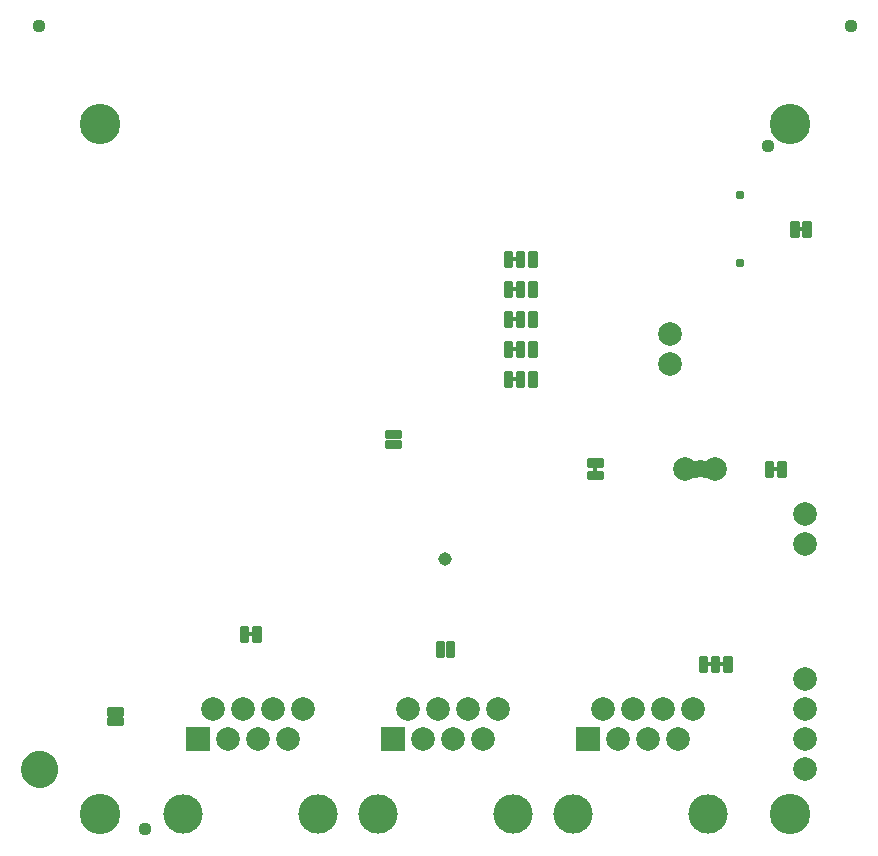
<source format=gbs>
G04 EAGLE Gerber RS-274X export*
G75*
%MOMM*%
%FSLAX34Y34*%
%LPD*%
%INSoldermask Bottom*%
%IPPOS*%
%AMOC8*
5,1,8,0,0,1.08239X$1,22.5*%
G01*
%ADD10C,3.429000*%
%ADD11C,1.127000*%
%ADD12C,0.777000*%
%ADD13C,0.228344*%
%ADD14C,0.228600*%
%ADD15C,2.006600*%
%ADD16R,2.006600X2.006600*%
%ADD17C,3.327000*%
%ADD18C,1.143000*%
%ADD19C,1.270000*%
%ADD20C,1.627000*%

G36*
X535370Y310273D02*
X535370Y310273D01*
X535436Y310275D01*
X535479Y310293D01*
X535526Y310301D01*
X535583Y310335D01*
X535643Y310360D01*
X535678Y310391D01*
X535719Y310416D01*
X535761Y310467D01*
X535809Y310511D01*
X535831Y310553D01*
X535860Y310590D01*
X535881Y310652D01*
X535912Y310711D01*
X535920Y310765D01*
X535932Y310802D01*
X535931Y310842D01*
X535939Y310896D01*
X535939Y324104D01*
X535928Y324169D01*
X535926Y324235D01*
X535908Y324278D01*
X535900Y324325D01*
X535866Y324382D01*
X535841Y324442D01*
X535810Y324477D01*
X535785Y324518D01*
X535734Y324560D01*
X535690Y324608D01*
X535648Y324630D01*
X535611Y324659D01*
X535549Y324680D01*
X535490Y324711D01*
X535436Y324719D01*
X535399Y324731D01*
X535359Y324730D01*
X535305Y324738D01*
X531495Y324738D01*
X531430Y324727D01*
X531364Y324725D01*
X531321Y324707D01*
X531274Y324699D01*
X531217Y324665D01*
X531157Y324640D01*
X531122Y324609D01*
X531081Y324584D01*
X531040Y324533D01*
X530991Y324489D01*
X530969Y324447D01*
X530940Y324410D01*
X530919Y324348D01*
X530888Y324289D01*
X530880Y324235D01*
X530868Y324198D01*
X530869Y324158D01*
X530861Y324104D01*
X530861Y310896D01*
X530872Y310831D01*
X530874Y310765D01*
X530892Y310722D01*
X530900Y310675D01*
X530934Y310618D01*
X530959Y310558D01*
X530990Y310523D01*
X531015Y310482D01*
X531066Y310441D01*
X531110Y310392D01*
X531152Y310370D01*
X531189Y310341D01*
X531251Y310320D01*
X531310Y310289D01*
X531364Y310281D01*
X531401Y310269D01*
X531441Y310270D01*
X531495Y310262D01*
X535305Y310262D01*
X535370Y310273D01*
G37*
G36*
X445835Y314972D02*
X445835Y314972D01*
X445901Y314974D01*
X445944Y314992D01*
X445991Y315000D01*
X446048Y315034D01*
X446108Y315059D01*
X446143Y315090D01*
X446184Y315115D01*
X446226Y315166D01*
X446274Y315210D01*
X446296Y315252D01*
X446325Y315289D01*
X446346Y315351D01*
X446377Y315410D01*
X446385Y315464D01*
X446397Y315501D01*
X446396Y315541D01*
X446404Y315595D01*
X446404Y319405D01*
X446393Y319470D01*
X446391Y319536D01*
X446373Y319579D01*
X446365Y319626D01*
X446331Y319683D01*
X446306Y319743D01*
X446275Y319778D01*
X446250Y319819D01*
X446199Y319861D01*
X446155Y319909D01*
X446113Y319931D01*
X446076Y319960D01*
X446014Y319981D01*
X445955Y320012D01*
X445901Y320020D01*
X445864Y320032D01*
X445824Y320031D01*
X445770Y320039D01*
X443230Y320039D01*
X443165Y320028D01*
X443099Y320026D01*
X443056Y320008D01*
X443009Y320000D01*
X442952Y319966D01*
X442892Y319941D01*
X442857Y319910D01*
X442816Y319885D01*
X442775Y319834D01*
X442726Y319790D01*
X442704Y319748D01*
X442675Y319711D01*
X442654Y319649D01*
X442623Y319590D01*
X442615Y319536D01*
X442603Y319499D01*
X442603Y319495D01*
X442603Y319494D01*
X442604Y319459D01*
X442596Y319405D01*
X442596Y315595D01*
X442607Y315530D01*
X442609Y315464D01*
X442627Y315421D01*
X442635Y315374D01*
X442669Y315317D01*
X442694Y315257D01*
X442725Y315222D01*
X442750Y315181D01*
X442801Y315140D01*
X442845Y315091D01*
X442887Y315069D01*
X442924Y315040D01*
X442986Y315019D01*
X443045Y314988D01*
X443099Y314980D01*
X443136Y314968D01*
X443176Y314969D01*
X443230Y314961D01*
X445770Y314961D01*
X445835Y314972D01*
G37*
G36*
X620460Y518807D02*
X620460Y518807D01*
X620526Y518809D01*
X620569Y518827D01*
X620616Y518835D01*
X620673Y518869D01*
X620733Y518894D01*
X620768Y518925D01*
X620809Y518950D01*
X620851Y519001D01*
X620899Y519045D01*
X620921Y519087D01*
X620950Y519124D01*
X620971Y519186D01*
X621002Y519245D01*
X621010Y519299D01*
X621022Y519336D01*
X621021Y519376D01*
X621029Y519430D01*
X621029Y521970D01*
X621018Y522035D01*
X621016Y522101D01*
X620998Y522144D01*
X620990Y522191D01*
X620956Y522248D01*
X620931Y522308D01*
X620900Y522343D01*
X620875Y522384D01*
X620824Y522426D01*
X620780Y522474D01*
X620738Y522496D01*
X620701Y522525D01*
X620639Y522546D01*
X620580Y522577D01*
X620526Y522585D01*
X620489Y522597D01*
X620449Y522596D01*
X620395Y522604D01*
X616585Y522604D01*
X616520Y522593D01*
X616454Y522591D01*
X616411Y522573D01*
X616364Y522565D01*
X616307Y522531D01*
X616247Y522506D01*
X616212Y522475D01*
X616171Y522450D01*
X616130Y522399D01*
X616081Y522355D01*
X616059Y522313D01*
X616030Y522276D01*
X616009Y522214D01*
X615978Y522155D01*
X615970Y522101D01*
X615958Y522064D01*
X615958Y522061D01*
X615959Y522024D01*
X615951Y521970D01*
X615951Y519430D01*
X615962Y519365D01*
X615964Y519299D01*
X615982Y519256D01*
X615990Y519209D01*
X616024Y519152D01*
X616049Y519092D01*
X616080Y519057D01*
X616105Y519016D01*
X616156Y518975D01*
X616200Y518926D01*
X616242Y518904D01*
X616279Y518875D01*
X616341Y518854D01*
X616400Y518823D01*
X616454Y518815D01*
X616491Y518803D01*
X616531Y518804D01*
X616585Y518796D01*
X620395Y518796D01*
X620460Y518807D01*
G37*
G36*
X377890Y493407D02*
X377890Y493407D01*
X377956Y493409D01*
X377999Y493427D01*
X378046Y493435D01*
X378103Y493469D01*
X378163Y493494D01*
X378198Y493525D01*
X378239Y493550D01*
X378281Y493601D01*
X378329Y493645D01*
X378351Y493687D01*
X378380Y493724D01*
X378401Y493786D01*
X378432Y493845D01*
X378440Y493899D01*
X378452Y493936D01*
X378451Y493976D01*
X378459Y494030D01*
X378459Y496570D01*
X378448Y496635D01*
X378446Y496701D01*
X378428Y496744D01*
X378420Y496791D01*
X378386Y496848D01*
X378361Y496908D01*
X378330Y496943D01*
X378305Y496984D01*
X378254Y497026D01*
X378210Y497074D01*
X378168Y497096D01*
X378131Y497125D01*
X378069Y497146D01*
X378010Y497177D01*
X377956Y497185D01*
X377919Y497197D01*
X377879Y497196D01*
X377825Y497204D01*
X374015Y497204D01*
X373950Y497193D01*
X373884Y497191D01*
X373841Y497173D01*
X373794Y497165D01*
X373737Y497131D01*
X373677Y497106D01*
X373642Y497075D01*
X373601Y497050D01*
X373560Y496999D01*
X373511Y496955D01*
X373489Y496913D01*
X373460Y496876D01*
X373439Y496814D01*
X373408Y496755D01*
X373400Y496701D01*
X373388Y496664D01*
X373388Y496661D01*
X373389Y496624D01*
X373381Y496570D01*
X373381Y494030D01*
X373392Y493965D01*
X373394Y493899D01*
X373412Y493856D01*
X373420Y493809D01*
X373454Y493752D01*
X373479Y493692D01*
X373510Y493657D01*
X373535Y493616D01*
X373586Y493575D01*
X373630Y493526D01*
X373672Y493504D01*
X373709Y493475D01*
X373771Y493454D01*
X373830Y493423D01*
X373884Y493415D01*
X373921Y493403D01*
X373961Y493404D01*
X374015Y493396D01*
X377825Y493396D01*
X377890Y493407D01*
G37*
G36*
X377890Y468007D02*
X377890Y468007D01*
X377956Y468009D01*
X377999Y468027D01*
X378046Y468035D01*
X378103Y468069D01*
X378163Y468094D01*
X378198Y468125D01*
X378239Y468150D01*
X378281Y468201D01*
X378329Y468245D01*
X378351Y468287D01*
X378380Y468324D01*
X378401Y468386D01*
X378432Y468445D01*
X378440Y468499D01*
X378452Y468536D01*
X378451Y468576D01*
X378459Y468630D01*
X378459Y471170D01*
X378448Y471235D01*
X378446Y471301D01*
X378428Y471344D01*
X378420Y471391D01*
X378386Y471448D01*
X378361Y471508D01*
X378330Y471543D01*
X378305Y471584D01*
X378254Y471626D01*
X378210Y471674D01*
X378168Y471696D01*
X378131Y471725D01*
X378069Y471746D01*
X378010Y471777D01*
X377956Y471785D01*
X377919Y471797D01*
X377879Y471796D01*
X377825Y471804D01*
X374015Y471804D01*
X373950Y471793D01*
X373884Y471791D01*
X373841Y471773D01*
X373794Y471765D01*
X373737Y471731D01*
X373677Y471706D01*
X373642Y471675D01*
X373601Y471650D01*
X373560Y471599D01*
X373511Y471555D01*
X373489Y471513D01*
X373460Y471476D01*
X373439Y471414D01*
X373408Y471355D01*
X373400Y471301D01*
X373388Y471264D01*
X373388Y471261D01*
X373389Y471224D01*
X373381Y471170D01*
X373381Y468630D01*
X373392Y468565D01*
X373394Y468499D01*
X373412Y468456D01*
X373420Y468409D01*
X373454Y468352D01*
X373479Y468292D01*
X373510Y468257D01*
X373535Y468216D01*
X373586Y468175D01*
X373630Y468126D01*
X373672Y468104D01*
X373709Y468075D01*
X373771Y468054D01*
X373830Y468023D01*
X373884Y468015D01*
X373921Y468003D01*
X373961Y468004D01*
X374015Y467996D01*
X377825Y467996D01*
X377890Y468007D01*
G37*
G36*
X377890Y442607D02*
X377890Y442607D01*
X377956Y442609D01*
X377999Y442627D01*
X378046Y442635D01*
X378103Y442669D01*
X378163Y442694D01*
X378198Y442725D01*
X378239Y442750D01*
X378281Y442801D01*
X378329Y442845D01*
X378351Y442887D01*
X378380Y442924D01*
X378401Y442986D01*
X378432Y443045D01*
X378440Y443099D01*
X378452Y443136D01*
X378451Y443176D01*
X378459Y443230D01*
X378459Y445770D01*
X378448Y445835D01*
X378446Y445901D01*
X378428Y445944D01*
X378420Y445991D01*
X378386Y446048D01*
X378361Y446108D01*
X378330Y446143D01*
X378305Y446184D01*
X378254Y446226D01*
X378210Y446274D01*
X378168Y446296D01*
X378131Y446325D01*
X378069Y446346D01*
X378010Y446377D01*
X377956Y446385D01*
X377919Y446397D01*
X377879Y446396D01*
X377825Y446404D01*
X374015Y446404D01*
X373950Y446393D01*
X373884Y446391D01*
X373841Y446373D01*
X373794Y446365D01*
X373737Y446331D01*
X373677Y446306D01*
X373642Y446275D01*
X373601Y446250D01*
X373560Y446199D01*
X373511Y446155D01*
X373489Y446113D01*
X373460Y446076D01*
X373439Y446014D01*
X373408Y445955D01*
X373400Y445901D01*
X373388Y445864D01*
X373388Y445861D01*
X373389Y445824D01*
X373381Y445770D01*
X373381Y443230D01*
X373392Y443165D01*
X373394Y443099D01*
X373412Y443056D01*
X373420Y443009D01*
X373454Y442952D01*
X373479Y442892D01*
X373510Y442857D01*
X373535Y442816D01*
X373586Y442775D01*
X373630Y442726D01*
X373672Y442704D01*
X373709Y442675D01*
X373771Y442654D01*
X373830Y442623D01*
X373884Y442615D01*
X373921Y442603D01*
X373961Y442604D01*
X374015Y442596D01*
X377825Y442596D01*
X377890Y442607D01*
G37*
G36*
X377890Y417207D02*
X377890Y417207D01*
X377956Y417209D01*
X377999Y417227D01*
X378046Y417235D01*
X378103Y417269D01*
X378163Y417294D01*
X378198Y417325D01*
X378239Y417350D01*
X378281Y417401D01*
X378329Y417445D01*
X378351Y417487D01*
X378380Y417524D01*
X378401Y417586D01*
X378432Y417645D01*
X378440Y417699D01*
X378452Y417736D01*
X378451Y417776D01*
X378459Y417830D01*
X378459Y420370D01*
X378448Y420435D01*
X378446Y420501D01*
X378428Y420544D01*
X378420Y420591D01*
X378386Y420648D01*
X378361Y420708D01*
X378330Y420743D01*
X378305Y420784D01*
X378254Y420826D01*
X378210Y420874D01*
X378168Y420896D01*
X378131Y420925D01*
X378069Y420946D01*
X378010Y420977D01*
X377956Y420985D01*
X377919Y420997D01*
X377879Y420996D01*
X377825Y421004D01*
X374015Y421004D01*
X373950Y420993D01*
X373884Y420991D01*
X373841Y420973D01*
X373794Y420965D01*
X373737Y420931D01*
X373677Y420906D01*
X373642Y420875D01*
X373601Y420850D01*
X373560Y420799D01*
X373511Y420755D01*
X373489Y420713D01*
X373460Y420676D01*
X373439Y420614D01*
X373408Y420555D01*
X373400Y420501D01*
X373388Y420464D01*
X373388Y420461D01*
X373389Y420424D01*
X373381Y420370D01*
X373381Y417830D01*
X373392Y417765D01*
X373394Y417699D01*
X373412Y417656D01*
X373420Y417609D01*
X373454Y417552D01*
X373479Y417492D01*
X373510Y417457D01*
X373535Y417416D01*
X373586Y417375D01*
X373630Y417326D01*
X373672Y417304D01*
X373709Y417275D01*
X373771Y417254D01*
X373830Y417223D01*
X373884Y417215D01*
X373921Y417203D01*
X373961Y417204D01*
X374015Y417196D01*
X377825Y417196D01*
X377890Y417207D01*
G37*
G36*
X377890Y391807D02*
X377890Y391807D01*
X377956Y391809D01*
X377999Y391827D01*
X378046Y391835D01*
X378103Y391869D01*
X378163Y391894D01*
X378198Y391925D01*
X378239Y391950D01*
X378281Y392001D01*
X378329Y392045D01*
X378351Y392087D01*
X378380Y392124D01*
X378401Y392186D01*
X378432Y392245D01*
X378440Y392299D01*
X378452Y392336D01*
X378451Y392376D01*
X378459Y392430D01*
X378459Y394970D01*
X378448Y395035D01*
X378446Y395101D01*
X378428Y395144D01*
X378420Y395191D01*
X378386Y395248D01*
X378361Y395308D01*
X378330Y395343D01*
X378305Y395384D01*
X378254Y395426D01*
X378210Y395474D01*
X378168Y395496D01*
X378131Y395525D01*
X378069Y395546D01*
X378010Y395577D01*
X377956Y395585D01*
X377919Y395597D01*
X377879Y395596D01*
X377825Y395604D01*
X374015Y395604D01*
X373950Y395593D01*
X373884Y395591D01*
X373841Y395573D01*
X373794Y395565D01*
X373737Y395531D01*
X373677Y395506D01*
X373642Y395475D01*
X373601Y395450D01*
X373560Y395399D01*
X373511Y395355D01*
X373489Y395313D01*
X373460Y395276D01*
X373439Y395214D01*
X373408Y395155D01*
X373400Y395101D01*
X373388Y395064D01*
X373388Y395061D01*
X373389Y395024D01*
X373381Y394970D01*
X373381Y392430D01*
X373392Y392365D01*
X373394Y392299D01*
X373412Y392256D01*
X373420Y392209D01*
X373454Y392152D01*
X373479Y392092D01*
X373510Y392057D01*
X373535Y392016D01*
X373586Y391975D01*
X373630Y391926D01*
X373672Y391904D01*
X373709Y391875D01*
X373771Y391854D01*
X373830Y391823D01*
X373884Y391815D01*
X373921Y391803D01*
X373961Y391804D01*
X374015Y391796D01*
X377825Y391796D01*
X377890Y391807D01*
G37*
G36*
X598870Y315607D02*
X598870Y315607D01*
X598936Y315609D01*
X598979Y315627D01*
X599026Y315635D01*
X599083Y315669D01*
X599143Y315694D01*
X599178Y315725D01*
X599219Y315750D01*
X599261Y315801D01*
X599309Y315845D01*
X599331Y315887D01*
X599360Y315924D01*
X599381Y315986D01*
X599412Y316045D01*
X599420Y316099D01*
X599432Y316136D01*
X599431Y316176D01*
X599439Y316230D01*
X599439Y318770D01*
X599428Y318835D01*
X599426Y318901D01*
X599408Y318944D01*
X599400Y318991D01*
X599366Y319048D01*
X599341Y319108D01*
X599310Y319143D01*
X599285Y319184D01*
X599234Y319226D01*
X599190Y319274D01*
X599148Y319296D01*
X599111Y319325D01*
X599049Y319346D01*
X598990Y319377D01*
X598936Y319385D01*
X598899Y319397D01*
X598859Y319396D01*
X598805Y319404D01*
X594995Y319404D01*
X594930Y319393D01*
X594864Y319391D01*
X594821Y319373D01*
X594774Y319365D01*
X594717Y319331D01*
X594657Y319306D01*
X594622Y319275D01*
X594581Y319250D01*
X594540Y319199D01*
X594491Y319155D01*
X594469Y319113D01*
X594440Y319076D01*
X594419Y319014D01*
X594388Y318955D01*
X594380Y318901D01*
X594368Y318864D01*
X594368Y318861D01*
X594369Y318824D01*
X594361Y318770D01*
X594361Y316230D01*
X594372Y316165D01*
X594374Y316099D01*
X594392Y316056D01*
X594400Y316009D01*
X594434Y315952D01*
X594459Y315892D01*
X594490Y315857D01*
X594515Y315816D01*
X594566Y315775D01*
X594610Y315726D01*
X594652Y315704D01*
X594689Y315675D01*
X594751Y315654D01*
X594810Y315623D01*
X594864Y315615D01*
X594901Y315603D01*
X594941Y315604D01*
X594995Y315596D01*
X598805Y315596D01*
X598870Y315607D01*
G37*
G36*
X154370Y175907D02*
X154370Y175907D01*
X154436Y175909D01*
X154479Y175927D01*
X154526Y175935D01*
X154583Y175969D01*
X154643Y175994D01*
X154678Y176025D01*
X154719Y176050D01*
X154761Y176101D01*
X154809Y176145D01*
X154831Y176187D01*
X154860Y176224D01*
X154881Y176286D01*
X154912Y176345D01*
X154920Y176399D01*
X154932Y176436D01*
X154931Y176476D01*
X154939Y176530D01*
X154939Y179070D01*
X154928Y179135D01*
X154926Y179201D01*
X154908Y179244D01*
X154900Y179291D01*
X154866Y179348D01*
X154841Y179408D01*
X154810Y179443D01*
X154785Y179484D01*
X154734Y179526D01*
X154690Y179574D01*
X154648Y179596D01*
X154611Y179625D01*
X154549Y179646D01*
X154490Y179677D01*
X154436Y179685D01*
X154399Y179697D01*
X154359Y179696D01*
X154305Y179704D01*
X150495Y179704D01*
X150430Y179693D01*
X150364Y179691D01*
X150321Y179673D01*
X150274Y179665D01*
X150217Y179631D01*
X150157Y179606D01*
X150122Y179575D01*
X150081Y179550D01*
X150040Y179499D01*
X149991Y179455D01*
X149969Y179413D01*
X149940Y179376D01*
X149919Y179314D01*
X149888Y179255D01*
X149880Y179201D01*
X149868Y179164D01*
X149868Y179161D01*
X149869Y179124D01*
X149861Y179070D01*
X149861Y176530D01*
X149872Y176465D01*
X149874Y176399D01*
X149892Y176356D01*
X149900Y176309D01*
X149934Y176252D01*
X149959Y176192D01*
X149990Y176157D01*
X150015Y176116D01*
X150066Y176075D01*
X150110Y176026D01*
X150152Y176004D01*
X150189Y175975D01*
X150251Y175954D01*
X150310Y175923D01*
X150364Y175915D01*
X150401Y175903D01*
X150441Y175904D01*
X150495Y175896D01*
X154305Y175896D01*
X154370Y175907D01*
G37*
G36*
X542990Y150507D02*
X542990Y150507D01*
X543056Y150509D01*
X543099Y150527D01*
X543146Y150535D01*
X543203Y150569D01*
X543263Y150594D01*
X543298Y150625D01*
X543339Y150650D01*
X543381Y150701D01*
X543429Y150745D01*
X543451Y150787D01*
X543480Y150824D01*
X543501Y150886D01*
X543532Y150945D01*
X543540Y150999D01*
X543552Y151036D01*
X543551Y151076D01*
X543559Y151130D01*
X543559Y153670D01*
X543548Y153735D01*
X543546Y153801D01*
X543528Y153844D01*
X543520Y153891D01*
X543486Y153948D01*
X543461Y154008D01*
X543430Y154043D01*
X543405Y154084D01*
X543354Y154126D01*
X543310Y154174D01*
X543268Y154196D01*
X543231Y154225D01*
X543169Y154246D01*
X543110Y154277D01*
X543056Y154285D01*
X543019Y154297D01*
X542979Y154296D01*
X542925Y154304D01*
X539115Y154304D01*
X539050Y154293D01*
X538984Y154291D01*
X538941Y154273D01*
X538894Y154265D01*
X538837Y154231D01*
X538777Y154206D01*
X538742Y154175D01*
X538701Y154150D01*
X538660Y154099D01*
X538611Y154055D01*
X538589Y154013D01*
X538560Y153976D01*
X538539Y153914D01*
X538508Y153855D01*
X538500Y153801D01*
X538488Y153764D01*
X538488Y153761D01*
X538489Y153724D01*
X538481Y153670D01*
X538481Y151130D01*
X538492Y151065D01*
X538494Y150999D01*
X538512Y150956D01*
X538520Y150909D01*
X538554Y150852D01*
X538579Y150792D01*
X538610Y150757D01*
X538635Y150716D01*
X538686Y150675D01*
X538730Y150626D01*
X538772Y150604D01*
X538809Y150575D01*
X538871Y150554D01*
X538930Y150523D01*
X538984Y150515D01*
X539021Y150503D01*
X539061Y150504D01*
X539115Y150496D01*
X542925Y150496D01*
X542990Y150507D01*
G37*
G36*
X553150Y150507D02*
X553150Y150507D01*
X553216Y150509D01*
X553259Y150527D01*
X553306Y150535D01*
X553363Y150569D01*
X553423Y150594D01*
X553458Y150625D01*
X553499Y150650D01*
X553541Y150701D01*
X553589Y150745D01*
X553611Y150787D01*
X553640Y150824D01*
X553661Y150886D01*
X553692Y150945D01*
X553700Y150999D01*
X553712Y151036D01*
X553711Y151076D01*
X553719Y151130D01*
X553719Y153670D01*
X553708Y153735D01*
X553706Y153801D01*
X553688Y153844D01*
X553680Y153891D01*
X553646Y153948D01*
X553621Y154008D01*
X553590Y154043D01*
X553565Y154084D01*
X553514Y154126D01*
X553470Y154174D01*
X553428Y154196D01*
X553391Y154225D01*
X553329Y154246D01*
X553270Y154277D01*
X553216Y154285D01*
X553179Y154297D01*
X553139Y154296D01*
X553085Y154304D01*
X549275Y154304D01*
X549210Y154293D01*
X549144Y154291D01*
X549101Y154273D01*
X549054Y154265D01*
X548997Y154231D01*
X548937Y154206D01*
X548902Y154175D01*
X548861Y154150D01*
X548820Y154099D01*
X548771Y154055D01*
X548749Y154013D01*
X548720Y153976D01*
X548699Y153914D01*
X548668Y153855D01*
X548660Y153801D01*
X548648Y153764D01*
X548648Y153761D01*
X548649Y153724D01*
X548641Y153670D01*
X548641Y151130D01*
X548652Y151065D01*
X548654Y150999D01*
X548672Y150956D01*
X548680Y150909D01*
X548714Y150852D01*
X548739Y150792D01*
X548770Y150757D01*
X548795Y150716D01*
X548846Y150675D01*
X548890Y150626D01*
X548932Y150604D01*
X548969Y150575D01*
X549031Y150554D01*
X549090Y150523D01*
X549144Y150515D01*
X549181Y150503D01*
X549221Y150504D01*
X549275Y150496D01*
X553085Y150496D01*
X553150Y150507D01*
G37*
D10*
X609600Y25400D03*
X25400Y25400D03*
X25400Y609600D03*
X609600Y609600D03*
D11*
X63500Y12700D03*
X590550Y590550D03*
D12*
X566900Y491800D03*
X566900Y549600D03*
D13*
X620901Y526544D02*
X626493Y526544D01*
X626493Y514856D01*
X620901Y514856D01*
X620901Y526544D01*
X620901Y517025D02*
X626493Y517025D01*
X626493Y519194D02*
X620901Y519194D01*
X620901Y521363D02*
X626493Y521363D01*
X626493Y523532D02*
X620901Y523532D01*
X620901Y525701D02*
X626493Y525701D01*
X616079Y526544D02*
X610487Y526544D01*
X616079Y526544D02*
X616079Y514856D01*
X610487Y514856D01*
X610487Y526544D01*
X610487Y517025D02*
X616079Y517025D01*
X616079Y519194D02*
X610487Y519194D01*
X610487Y521363D02*
X616079Y521363D01*
X616079Y523532D02*
X610487Y523532D01*
X610487Y525701D02*
X616079Y525701D01*
D14*
X541147Y323342D02*
X535813Y323342D01*
X541147Y323342D02*
X541147Y311658D01*
X535813Y311658D01*
X535813Y323342D01*
X535813Y313830D02*
X541147Y313830D01*
X541147Y316002D02*
X535813Y316002D01*
X535813Y318174D02*
X541147Y318174D01*
X541147Y320346D02*
X535813Y320346D01*
X535813Y322518D02*
X541147Y322518D01*
X530987Y323342D02*
X525653Y323342D01*
X530987Y323342D02*
X530987Y311658D01*
X525653Y311658D01*
X525653Y323342D01*
X525653Y313830D02*
X530987Y313830D01*
X530987Y316002D02*
X525653Y316002D01*
X525653Y318174D02*
X530987Y318174D01*
X530987Y320346D02*
X525653Y320346D01*
X525653Y322518D02*
X530987Y322518D01*
D15*
X546100Y317500D03*
X520700Y317500D03*
D13*
X588897Y311656D02*
X594489Y311656D01*
X588897Y311656D02*
X588897Y323344D01*
X594489Y323344D01*
X594489Y311656D01*
X594489Y313825D02*
X588897Y313825D01*
X588897Y315994D02*
X594489Y315994D01*
X594489Y318163D02*
X588897Y318163D01*
X588897Y320332D02*
X594489Y320332D01*
X594489Y322501D02*
X588897Y322501D01*
X599311Y311656D02*
X604903Y311656D01*
X599311Y311656D02*
X599311Y323344D01*
X604903Y323344D01*
X604903Y311656D01*
X604903Y313825D02*
X599311Y313825D01*
X599311Y315994D02*
X604903Y315994D01*
X604903Y318163D02*
X599311Y318163D01*
X599311Y320332D02*
X604903Y320332D01*
X604903Y322501D02*
X599311Y322501D01*
X450344Y315089D02*
X450344Y309497D01*
X438656Y309497D01*
X438656Y315089D01*
X450344Y315089D01*
X450344Y311666D02*
X438656Y311666D01*
X438656Y313835D02*
X450344Y313835D01*
X450344Y319911D02*
X450344Y325503D01*
X450344Y319911D02*
X438656Y319911D01*
X438656Y325503D01*
X450344Y325503D01*
X450344Y322080D02*
X438656Y322080D01*
X438656Y324249D02*
X450344Y324249D01*
X532890Y146556D02*
X538482Y146556D01*
X532890Y146556D02*
X532890Y158244D01*
X538482Y158244D01*
X538482Y146556D01*
X538482Y148725D02*
X532890Y148725D01*
X532890Y150894D02*
X538482Y150894D01*
X538482Y153063D02*
X532890Y153063D01*
X532890Y155232D02*
X538482Y155232D01*
X538482Y157401D02*
X532890Y157401D01*
X543304Y146556D02*
X548896Y146556D01*
X543304Y146556D02*
X543304Y158244D01*
X548896Y158244D01*
X548896Y146556D01*
X548896Y148725D02*
X543304Y148725D01*
X543304Y150894D02*
X548896Y150894D01*
X548896Y153063D02*
X543304Y153063D01*
X543304Y155232D02*
X548896Y155232D01*
X548896Y157401D02*
X543304Y157401D01*
X553718Y146556D02*
X559310Y146556D01*
X553718Y146556D02*
X553718Y158244D01*
X559310Y158244D01*
X559310Y146556D01*
X559310Y148725D02*
X553718Y148725D01*
X553718Y150894D02*
X559310Y150894D01*
X559310Y153063D02*
X553718Y153063D01*
X553718Y155232D02*
X559310Y155232D01*
X559310Y157401D02*
X553718Y157401D01*
D14*
X43942Y106553D02*
X43942Y101219D01*
X32258Y101219D01*
X32258Y106553D01*
X43942Y106553D01*
X43942Y103391D02*
X32258Y103391D01*
X32258Y105563D02*
X43942Y105563D01*
X43942Y109347D02*
X43942Y114681D01*
X43942Y109347D02*
X32258Y109347D01*
X32258Y114681D01*
X43942Y114681D01*
X43942Y111519D02*
X32258Y111519D01*
X32258Y113691D02*
X43942Y113691D01*
X318897Y170942D02*
X324231Y170942D01*
X324231Y159258D01*
X318897Y159258D01*
X318897Y170942D01*
X318897Y161430D02*
X324231Y161430D01*
X324231Y163602D02*
X318897Y163602D01*
X318897Y165774D02*
X324231Y165774D01*
X324231Y167946D02*
X318897Y167946D01*
X318897Y170118D02*
X324231Y170118D01*
X316103Y170942D02*
X310769Y170942D01*
X316103Y170942D02*
X316103Y159258D01*
X310769Y159258D01*
X310769Y170942D01*
X310769Y161430D02*
X316103Y161430D01*
X316103Y163602D02*
X310769Y163602D01*
X310769Y165774D02*
X316103Y165774D01*
X316103Y167946D02*
X310769Y167946D01*
X310769Y170118D02*
X316103Y170118D01*
D13*
X388618Y399544D02*
X394210Y399544D01*
X394210Y387856D01*
X388618Y387856D01*
X388618Y399544D01*
X388618Y390025D02*
X394210Y390025D01*
X394210Y392194D02*
X388618Y392194D01*
X388618Y394363D02*
X394210Y394363D01*
X394210Y396532D02*
X388618Y396532D01*
X388618Y398701D02*
X394210Y398701D01*
X383796Y399544D02*
X378204Y399544D01*
X383796Y399544D02*
X383796Y387856D01*
X378204Y387856D01*
X378204Y399544D01*
X378204Y390025D02*
X383796Y390025D01*
X383796Y392194D02*
X378204Y392194D01*
X378204Y394363D02*
X383796Y394363D01*
X383796Y396532D02*
X378204Y396532D01*
X378204Y398701D02*
X383796Y398701D01*
X373382Y399544D02*
X367790Y399544D01*
X373382Y399544D02*
X373382Y387856D01*
X367790Y387856D01*
X367790Y399544D01*
X367790Y390025D02*
X373382Y390025D01*
X373382Y392194D02*
X367790Y392194D01*
X367790Y394363D02*
X373382Y394363D01*
X373382Y396532D02*
X367790Y396532D01*
X367790Y398701D02*
X373382Y398701D01*
D14*
X267208Y349631D02*
X267208Y344297D01*
X267208Y349631D02*
X278892Y349631D01*
X278892Y344297D01*
X267208Y344297D01*
X267208Y346469D02*
X278892Y346469D01*
X278892Y348641D02*
X267208Y348641D01*
X267208Y341503D02*
X267208Y336169D01*
X267208Y341503D02*
X278892Y341503D01*
X278892Y336169D01*
X267208Y336169D01*
X267208Y338341D02*
X278892Y338341D01*
X278892Y340513D02*
X267208Y340513D01*
D13*
X388618Y424944D02*
X394210Y424944D01*
X394210Y413256D01*
X388618Y413256D01*
X388618Y424944D01*
X388618Y415425D02*
X394210Y415425D01*
X394210Y417594D02*
X388618Y417594D01*
X388618Y419763D02*
X394210Y419763D01*
X394210Y421932D02*
X388618Y421932D01*
X388618Y424101D02*
X394210Y424101D01*
X383796Y424944D02*
X378204Y424944D01*
X383796Y424944D02*
X383796Y413256D01*
X378204Y413256D01*
X378204Y424944D01*
X378204Y415425D02*
X383796Y415425D01*
X383796Y417594D02*
X378204Y417594D01*
X378204Y419763D02*
X383796Y419763D01*
X383796Y421932D02*
X378204Y421932D01*
X378204Y424101D02*
X383796Y424101D01*
X373382Y424944D02*
X367790Y424944D01*
X373382Y424944D02*
X373382Y413256D01*
X367790Y413256D01*
X367790Y424944D01*
X367790Y415425D02*
X373382Y415425D01*
X373382Y417594D02*
X367790Y417594D01*
X367790Y419763D02*
X373382Y419763D01*
X373382Y421932D02*
X367790Y421932D01*
X367790Y424101D02*
X373382Y424101D01*
X388618Y450344D02*
X394210Y450344D01*
X394210Y438656D01*
X388618Y438656D01*
X388618Y450344D01*
X388618Y440825D02*
X394210Y440825D01*
X394210Y442994D02*
X388618Y442994D01*
X388618Y445163D02*
X394210Y445163D01*
X394210Y447332D02*
X388618Y447332D01*
X388618Y449501D02*
X394210Y449501D01*
X383796Y450344D02*
X378204Y450344D01*
X383796Y450344D02*
X383796Y438656D01*
X378204Y438656D01*
X378204Y450344D01*
X378204Y440825D02*
X383796Y440825D01*
X383796Y442994D02*
X378204Y442994D01*
X378204Y445163D02*
X383796Y445163D01*
X383796Y447332D02*
X378204Y447332D01*
X378204Y449501D02*
X383796Y449501D01*
X373382Y450344D02*
X367790Y450344D01*
X373382Y450344D02*
X373382Y438656D01*
X367790Y438656D01*
X367790Y450344D01*
X367790Y440825D02*
X373382Y440825D01*
X373382Y442994D02*
X367790Y442994D01*
X367790Y445163D02*
X373382Y445163D01*
X373382Y447332D02*
X367790Y447332D01*
X367790Y449501D02*
X373382Y449501D01*
X388618Y475744D02*
X394210Y475744D01*
X394210Y464056D01*
X388618Y464056D01*
X388618Y475744D01*
X388618Y466225D02*
X394210Y466225D01*
X394210Y468394D02*
X388618Y468394D01*
X388618Y470563D02*
X394210Y470563D01*
X394210Y472732D02*
X388618Y472732D01*
X388618Y474901D02*
X394210Y474901D01*
X383796Y475744D02*
X378204Y475744D01*
X383796Y475744D02*
X383796Y464056D01*
X378204Y464056D01*
X378204Y475744D01*
X378204Y466225D02*
X383796Y466225D01*
X383796Y468394D02*
X378204Y468394D01*
X378204Y470563D02*
X383796Y470563D01*
X383796Y472732D02*
X378204Y472732D01*
X378204Y474901D02*
X383796Y474901D01*
X373382Y475744D02*
X367790Y475744D01*
X373382Y475744D02*
X373382Y464056D01*
X367790Y464056D01*
X367790Y475744D01*
X367790Y466225D02*
X373382Y466225D01*
X373382Y468394D02*
X367790Y468394D01*
X367790Y470563D02*
X373382Y470563D01*
X373382Y472732D02*
X367790Y472732D01*
X367790Y474901D02*
X373382Y474901D01*
X160403Y183644D02*
X154811Y183644D01*
X160403Y183644D02*
X160403Y171956D01*
X154811Y171956D01*
X154811Y183644D01*
X154811Y174125D02*
X160403Y174125D01*
X160403Y176294D02*
X154811Y176294D01*
X154811Y178463D02*
X160403Y178463D01*
X160403Y180632D02*
X154811Y180632D01*
X154811Y182801D02*
X160403Y182801D01*
X149989Y183644D02*
X144397Y183644D01*
X149989Y183644D02*
X149989Y171956D01*
X144397Y171956D01*
X144397Y183644D01*
X144397Y174125D02*
X149989Y174125D01*
X149989Y176294D02*
X144397Y176294D01*
X144397Y178463D02*
X149989Y178463D01*
X149989Y180632D02*
X144397Y180632D01*
X144397Y182801D02*
X149989Y182801D01*
X388618Y501144D02*
X394210Y501144D01*
X394210Y489456D01*
X388618Y489456D01*
X388618Y501144D01*
X388618Y491625D02*
X394210Y491625D01*
X394210Y493794D02*
X388618Y493794D01*
X388618Y495963D02*
X394210Y495963D01*
X394210Y498132D02*
X388618Y498132D01*
X388618Y500301D02*
X394210Y500301D01*
X383796Y501144D02*
X378204Y501144D01*
X383796Y501144D02*
X383796Y489456D01*
X378204Y489456D01*
X378204Y501144D01*
X378204Y491625D02*
X383796Y491625D01*
X383796Y493794D02*
X378204Y493794D01*
X378204Y495963D02*
X383796Y495963D01*
X383796Y498132D02*
X378204Y498132D01*
X378204Y500301D02*
X383796Y500301D01*
X373382Y501144D02*
X367790Y501144D01*
X373382Y501144D02*
X373382Y489456D01*
X367790Y489456D01*
X367790Y501144D01*
X367790Y491625D02*
X373382Y491625D01*
X373382Y493794D02*
X367790Y493794D01*
X367790Y495963D02*
X373382Y495963D01*
X373382Y498132D02*
X367790Y498132D01*
X367790Y500301D02*
X373382Y500301D01*
D15*
X508000Y406400D03*
X508000Y431800D03*
X196850Y114300D03*
X184150Y88900D03*
X171450Y114300D03*
X146050Y114300D03*
X120650Y114300D03*
X158750Y88900D03*
X133350Y88900D03*
D16*
X107950Y88900D03*
D17*
X95250Y25400D03*
X209550Y25400D03*
D15*
X361950Y114300D03*
X349250Y88900D03*
X336550Y114300D03*
X311150Y114300D03*
X285750Y114300D03*
X323850Y88900D03*
X298450Y88900D03*
D16*
X273050Y88900D03*
D17*
X260350Y25400D03*
X374650Y25400D03*
D15*
X527050Y114300D03*
X514350Y88900D03*
X501650Y114300D03*
X476250Y114300D03*
X450850Y114300D03*
X488950Y88900D03*
X463550Y88900D03*
D16*
X438150Y88900D03*
D17*
X425450Y25400D03*
X539750Y25400D03*
D15*
X622300Y139700D03*
X622300Y114300D03*
X622300Y88900D03*
X622300Y63500D03*
X622300Y254000D03*
X622300Y279400D03*
D18*
X317500Y241300D03*
D11*
X-26238Y692150D03*
X661238Y692150D03*
D19*
X-35293Y63500D02*
X-35290Y63722D01*
X-35282Y63944D01*
X-35268Y64166D01*
X-35249Y64388D01*
X-35225Y64608D01*
X-35195Y64829D01*
X-35160Y65048D01*
X-35119Y65267D01*
X-35073Y65484D01*
X-35022Y65700D01*
X-34965Y65915D01*
X-34903Y66129D01*
X-34836Y66340D01*
X-34764Y66551D01*
X-34686Y66759D01*
X-34604Y66965D01*
X-34516Y67169D01*
X-34424Y67372D01*
X-34326Y67571D01*
X-34224Y67768D01*
X-34117Y67963D01*
X-34005Y68155D01*
X-33888Y68344D01*
X-33767Y68531D01*
X-33641Y68714D01*
X-33511Y68894D01*
X-33376Y69071D01*
X-33238Y69244D01*
X-33095Y69414D01*
X-32947Y69581D01*
X-32796Y69744D01*
X-32641Y69903D01*
X-32482Y70058D01*
X-32319Y70209D01*
X-32152Y70357D01*
X-31982Y70500D01*
X-31809Y70638D01*
X-31632Y70773D01*
X-31452Y70903D01*
X-31269Y71029D01*
X-31082Y71150D01*
X-30893Y71267D01*
X-30701Y71379D01*
X-30506Y71486D01*
X-30309Y71588D01*
X-30110Y71686D01*
X-29907Y71778D01*
X-29703Y71866D01*
X-29497Y71948D01*
X-29289Y72026D01*
X-29078Y72098D01*
X-28867Y72165D01*
X-28653Y72227D01*
X-28438Y72284D01*
X-28222Y72335D01*
X-28005Y72381D01*
X-27786Y72422D01*
X-27567Y72457D01*
X-27346Y72487D01*
X-27126Y72511D01*
X-26904Y72530D01*
X-26682Y72544D01*
X-26460Y72552D01*
X-26238Y72555D01*
X-26016Y72552D01*
X-25794Y72544D01*
X-25572Y72530D01*
X-25350Y72511D01*
X-25130Y72487D01*
X-24909Y72457D01*
X-24690Y72422D01*
X-24471Y72381D01*
X-24254Y72335D01*
X-24038Y72284D01*
X-23823Y72227D01*
X-23609Y72165D01*
X-23398Y72098D01*
X-23187Y72026D01*
X-22979Y71948D01*
X-22773Y71866D01*
X-22569Y71778D01*
X-22366Y71686D01*
X-22167Y71588D01*
X-21970Y71486D01*
X-21775Y71379D01*
X-21583Y71267D01*
X-21394Y71150D01*
X-21207Y71029D01*
X-21024Y70903D01*
X-20844Y70773D01*
X-20667Y70638D01*
X-20494Y70500D01*
X-20324Y70357D01*
X-20157Y70209D01*
X-19994Y70058D01*
X-19835Y69903D01*
X-19680Y69744D01*
X-19529Y69581D01*
X-19381Y69414D01*
X-19238Y69244D01*
X-19100Y69071D01*
X-18965Y68894D01*
X-18835Y68714D01*
X-18709Y68531D01*
X-18588Y68344D01*
X-18471Y68155D01*
X-18359Y67963D01*
X-18252Y67768D01*
X-18150Y67571D01*
X-18052Y67372D01*
X-17960Y67169D01*
X-17872Y66965D01*
X-17790Y66759D01*
X-17712Y66551D01*
X-17640Y66340D01*
X-17573Y66129D01*
X-17511Y65915D01*
X-17454Y65700D01*
X-17403Y65484D01*
X-17357Y65267D01*
X-17316Y65048D01*
X-17281Y64829D01*
X-17251Y64608D01*
X-17227Y64388D01*
X-17208Y64166D01*
X-17194Y63944D01*
X-17186Y63722D01*
X-17183Y63500D01*
X-17186Y63278D01*
X-17194Y63056D01*
X-17208Y62834D01*
X-17227Y62612D01*
X-17251Y62392D01*
X-17281Y62171D01*
X-17316Y61952D01*
X-17357Y61733D01*
X-17403Y61516D01*
X-17454Y61300D01*
X-17511Y61085D01*
X-17573Y60871D01*
X-17640Y60660D01*
X-17712Y60449D01*
X-17790Y60241D01*
X-17872Y60035D01*
X-17960Y59831D01*
X-18052Y59628D01*
X-18150Y59429D01*
X-18252Y59232D01*
X-18359Y59037D01*
X-18471Y58845D01*
X-18588Y58656D01*
X-18709Y58469D01*
X-18835Y58286D01*
X-18965Y58106D01*
X-19100Y57929D01*
X-19238Y57756D01*
X-19381Y57586D01*
X-19529Y57419D01*
X-19680Y57256D01*
X-19835Y57097D01*
X-19994Y56942D01*
X-20157Y56791D01*
X-20324Y56643D01*
X-20494Y56500D01*
X-20667Y56362D01*
X-20844Y56227D01*
X-21024Y56097D01*
X-21207Y55971D01*
X-21394Y55850D01*
X-21583Y55733D01*
X-21775Y55621D01*
X-21970Y55514D01*
X-22167Y55412D01*
X-22366Y55314D01*
X-22569Y55222D01*
X-22773Y55134D01*
X-22979Y55052D01*
X-23187Y54974D01*
X-23398Y54902D01*
X-23609Y54835D01*
X-23823Y54773D01*
X-24038Y54716D01*
X-24254Y54665D01*
X-24471Y54619D01*
X-24690Y54578D01*
X-24909Y54543D01*
X-25130Y54513D01*
X-25350Y54489D01*
X-25572Y54470D01*
X-25794Y54456D01*
X-26016Y54448D01*
X-26238Y54445D01*
X-26460Y54448D01*
X-26682Y54456D01*
X-26904Y54470D01*
X-27126Y54489D01*
X-27346Y54513D01*
X-27567Y54543D01*
X-27786Y54578D01*
X-28005Y54619D01*
X-28222Y54665D01*
X-28438Y54716D01*
X-28653Y54773D01*
X-28867Y54835D01*
X-29078Y54902D01*
X-29289Y54974D01*
X-29497Y55052D01*
X-29703Y55134D01*
X-29907Y55222D01*
X-30110Y55314D01*
X-30309Y55412D01*
X-30506Y55514D01*
X-30701Y55621D01*
X-30893Y55733D01*
X-31082Y55850D01*
X-31269Y55971D01*
X-31452Y56097D01*
X-31632Y56227D01*
X-31809Y56362D01*
X-31982Y56500D01*
X-32152Y56643D01*
X-32319Y56791D01*
X-32482Y56942D01*
X-32641Y57097D01*
X-32796Y57256D01*
X-32947Y57419D01*
X-33095Y57586D01*
X-33238Y57756D01*
X-33376Y57929D01*
X-33511Y58106D01*
X-33641Y58286D01*
X-33767Y58469D01*
X-33888Y58656D01*
X-34005Y58845D01*
X-34117Y59037D01*
X-34224Y59232D01*
X-34326Y59429D01*
X-34424Y59628D01*
X-34516Y59831D01*
X-34604Y60035D01*
X-34686Y60241D01*
X-34764Y60449D01*
X-34836Y60660D01*
X-34903Y60871D01*
X-34965Y61085D01*
X-35022Y61300D01*
X-35073Y61516D01*
X-35119Y61733D01*
X-35160Y61952D01*
X-35195Y62171D01*
X-35225Y62392D01*
X-35249Y62612D01*
X-35268Y62834D01*
X-35282Y63056D01*
X-35290Y63278D01*
X-35293Y63500D01*
D20*
X-26238Y63500D03*
M02*

</source>
